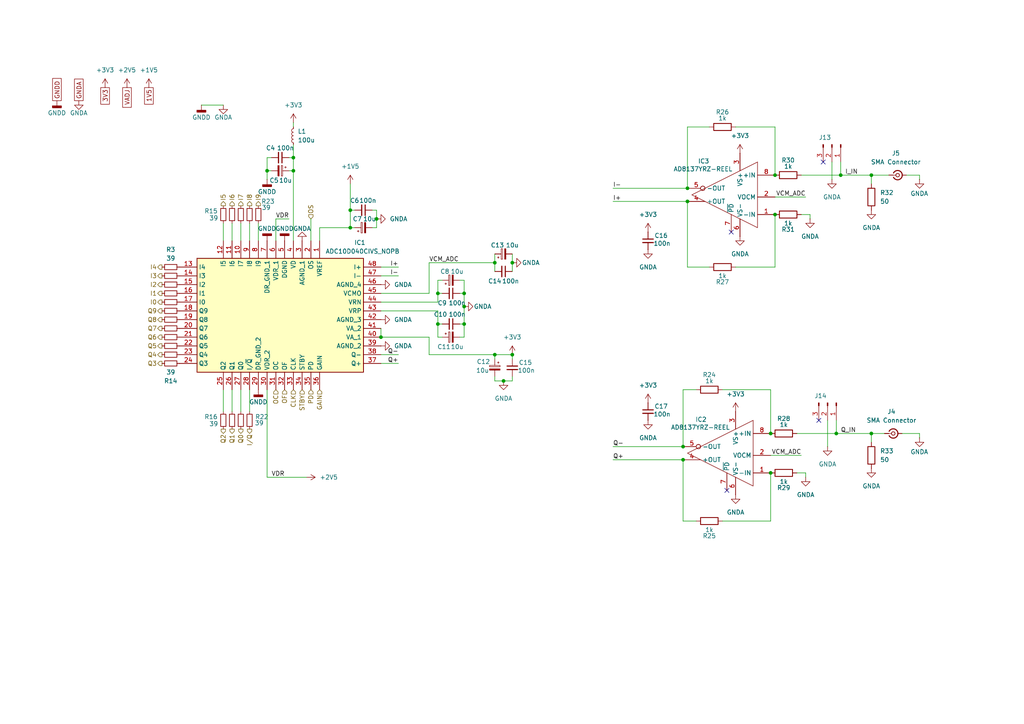
<source format=kicad_sch>
(kicad_sch (version 20231120) (generator "eeschema") (generator_version "8.0")
  (paper "A4")
  (lib_symbols
    (symbol "AD8137YRZ-REEL:AD8137YRZ-REEL"
      (property "Reference" "IC" (at 18.034 3.81 0))
      (property "Value" "AD8137YRZ-REEL" (at 17.78 1.27 0))
      (symbol "AD8137YRZ-REEL_1_1"
        (pin passive line (at 0 -11.43 0) (length 5.08) (name "-IN") (number "1"))
        (pin passive line (at 0 -6.35 0) (length 5.08) (name "VOCM") (number "2"))
        (pin passive line (at 10.16 6.35 270) (length 5.08) (name "VS+") (number "3"))
        (pin passive line (at 25.4 -7.62 180) (length 5.08) (name "+OUT") (number "4"))
        (pin passive inverted (at 25.4 -3.81 180) (length 5.08) (name "-OUT") (number "5"))
        (pin passive line (at 10.16 -17.78 90) (length 5.08) (name "VS-") (number "6"))
        (pin passive line (at 12.7 -16.51 90) (length 5.08) (name "~{PD}") (number "7"))
        (pin passive line (at 0 0 0) (length 5.08) (name "+IN") (number "8"))
      )
    )
    (symbol "AD8137YRZ-REEL_1"
      (property "Reference" "IC" (at 18.034 3.81 0))
      (property "Value" "AD8137YRZ-REEL" (at 17.78 1.27 0))
      (symbol "AD8137YRZ-REEL_1_1_1"
        (pin passive line (at 0 -11.43 0) (length 5.08) (name "-IN") (number "1"))
        (pin passive line (at 0 -6.35 0) (length 5.08) (name "VOCM") (number "2"))
        (pin passive line (at 10.16 6.35 270) (length 5.08) (name "VS+") (number "3"))
        (pin passive line (at 25.4 -7.62 180) (length 5.08) (name "+OUT") (number "4"))
        (pin passive inverted (at 25.4 -3.81 180) (length 5.08) (name "-OUT") (number "5"))
        (pin passive line (at 10.16 -17.78 90) (length 5.08) (name "VS-") (number "6"))
        (pin passive line (at 12.7 -16.51 90) (length 5.08) (name "~{PD}") (number "7"))
        (pin passive line (at 0 0 0) (length 5.08) (name "+IN") (number "8"))
      )
    )
    (symbol "ADC10D040CIVS_NOPB:ADC10D040CIVS_NOPB"
      (property "Reference" "IC" (at 39.37 17.78 0))
      (property "Value" "ADC10D040CIVS_NOPB" (at 39.37 15.24 0))
      (symbol "ADC10D040CIVS_NOPB_1_1"
        (pin passive line (at 0 0 0) (length 5.08) (name "VREF") (number "1"))
        (pin passive line (at 0 -22.86 0) (length 5.08) (name "I7") (number "10"))
        (pin passive line (at 0 -25.4 0) (length 5.08) (name "I6") (number "11"))
        (pin passive line (at 0 -27.94 0) (length 5.08) (name "I5") (number "12"))
        (pin passive line (at 7.62 -40.64 90) (length 5.08) (name "I4") (number "13"))
        (pin passive line (at 10.16 -40.64 90) (length 5.08) (name "I3") (number "14"))
        (pin passive line (at 12.7 -40.64 90) (length 5.08) (name "I2") (number "15"))
        (pin passive line (at 15.24 -40.64 90) (length 5.08) (name "I1") (number "16"))
        (pin passive line (at 17.78 -40.64 90) (length 5.08) (name "I0") (number "17"))
        (pin passive line (at 20.32 -40.64 90) (length 5.08) (name "Q9") (number "18"))
        (pin passive line (at 22.86 -40.64 90) (length 5.08) (name "Q8") (number "19"))
        (pin passive line (at 0 -2.54 0) (length 5.08) (name "OS") (number "2"))
        (pin passive line (at 25.4 -40.64 90) (length 5.08) (name "Q7") (number "20"))
        (pin passive line (at 27.94 -40.64 90) (length 5.08) (name "Q6") (number "21"))
        (pin passive line (at 30.48 -40.64 90) (length 5.08) (name "Q5") (number "22"))
        (pin passive line (at 33.02 -40.64 90) (length 5.08) (name "Q4") (number "23"))
        (pin passive line (at 35.56 -40.64 90) (length 5.08) (name "Q3") (number "24"))
        (pin passive line (at 43.18 -27.94 180) (length 5.08) (name "Q2") (number "25"))
        (pin passive line (at 43.18 -25.4 180) (length 5.08) (name "Q1") (number "26"))
        (pin passive line (at 43.18 -22.86 180) (length 5.08) (name "Q0") (number "27"))
        (pin passive line (at 43.18 -20.32 180) (length 5.08) (name "I/~{Q}") (number "28"))
        (pin passive line (at 43.18 -17.78 180) (length 5.08) (name "DR_GND_2") (number "29"))
        (pin passive line (at 0 -5.08 0) (length 5.08) (name "AGND_1") (number "3"))
        (pin passive line (at 43.18 -15.24 180) (length 5.08) (name "VDR_2") (number "30"))
        (pin passive line (at 43.18 -12.7 180) (length 5.08) (name "OC") (number "31"))
        (pin passive line (at 43.18 -10.16 180) (length 5.08) (name "OF") (number "32"))
        (pin passive line (at 43.18 -7.62 180) (length 5.08) (name "CLK") (number "33"))
        (pin passive line (at 43.18 -5.08 180) (length 5.08) (name "STBY") (number "34"))
        (pin passive line (at 43.18 -2.54 180) (length 5.08) (name "PD") (number "35"))
        (pin passive line (at 43.18 0 180) (length 5.08) (name "GAIN") (number "36"))
        (pin passive line (at 35.56 17.78 270) (length 5.08) (name "Q+") (number "37"))
        (pin passive line (at 33.02 17.78 270) (length 5.08) (name "Q-") (number "38"))
        (pin passive line (at 30.48 17.78 270) (length 5.08) (name "AGND_2") (number "39"))
        (pin passive line (at 0 -7.62 0) (length 5.08) (name "VD") (number "4"))
        (pin passive line (at 27.94 17.78 270) (length 5.08) (name "VA_1") (number "40"))
        (pin passive line (at 25.4 17.78 270) (length 5.08) (name "VA_2") (number "41"))
        (pin passive line (at 22.86 17.78 270) (length 5.08) (name "AGND_3") (number "42"))
        (pin passive line (at 20.32 17.78 270) (length 5.08) (name "VRP") (number "43"))
        (pin passive line (at 17.78 17.78 270) (length 5.08) (name "VRN") (number "44"))
        (pin passive line (at 15.24 17.78 270) (length 5.08) (name "VCMO") (number "45"))
        (pin passive line (at 12.7 17.78 270) (length 5.08) (name "AGND_4") (number "46"))
        (pin passive line (at 10.16 17.78 270) (length 5.08) (name "I-") (number "47"))
        (pin passive line (at 7.62 17.78 270) (length 5.08) (name "I+") (number "48"))
        (pin passive line (at 0 -10.16 0) (length 5.08) (name "DGND") (number "5"))
        (pin passive line (at 0 -12.7 0) (length 5.08) (name "VDR_1") (number "6"))
        (pin passive line (at 0 -15.24 0) (length 5.08) (name "DR_GND_1") (number "7"))
        (pin passive line (at 0 -17.78 0) (length 5.08) (name "I9") (number "8"))
        (pin passive line (at 0 -20.32 0) (length 5.08) (name "I8") (number "9"))
      )
    )
    (symbol "Connector:Conn_01x03_Pin" (pin_names (offset 1.016) hide)
      (property "Reference" "J" (at 0 5.08 0))
      (property "Value" "Conn_01x03_Pin" (at 0 -5.08 0))
      (symbol "Conn_01x03_Pin_1_1"
        (pin passive line (at 5.08 2.54 180) (length 3.81) (name "Pin_1") (number "1"))
        (pin passive line (at 5.08 0 180) (length 3.81) (name "Pin_2") (number "2"))
        (pin passive line (at 5.08 -2.54 180) (length 3.81) (name "Pin_3") (number "3"))
      )
    )
    (symbol "Connector:Conn_Coaxial_Small" (pin_numbers hide) (pin_names (offset 1.016) hide)
      (property "Reference" "J" (at 0.254 3.048 0))
      (property "Value" "Conn_Coaxial_Small" (at 0 -3.81 0))
      (symbol "Conn_Coaxial_Small_1_1"
        (pin passive line (at -2.54 0 0) (length 1.27) (name "In") (number "1"))
        (pin passive line (at 2.54 0 180) (length 1.27) (name "Ext") (number "2"))
      )
    )
    (symbol "Device:C_Polarized_Small" (pin_numbers hide) (pin_names (offset 0.254) hide)
      (property "Reference" "C" (at 0.254 1.778 0))
      (property "Value" "C_Polarized_Small" (at 0.254 -2.032 0))
      (symbol "C_Polarized_Small_1_1"
        (pin passive line (at 0 2.54 270) (length 1.8542) (name "~") (number "1"))
        (pin passive line (at 0 -2.54 90) (length 1.8542) (name "~") (number "2"))
      )
    )
    (symbol "Device:C_Small" (pin_numbers hide) (pin_names (offset 0.254) hide)
      (property "Reference" "C" (at 0.254 1.778 0))
      (property "Value" "C_Small" (at 0.254 -2.032 0))
      (symbol "C_Small_1_1"
        (pin passive line (at 0 2.54 270) (length 2.032) (name "~") (number "1"))
        (pin passive line (at 0 -2.54 90) (length 2.032) (name "~") (number "2"))
      )
    )
    (symbol "Device:L_Small" (pin_numbers hide) (pin_names (offset 0.254) hide)
      (property "Reference" "L" (at 0.762 1.016 0))
      (property "Value" "L_Small" (at 0.762 -1.016 0))
      (symbol "L_Small_1_1"
        (pin passive line (at 0 2.54 270) (length 0.508) (name "~") (number "1"))
        (pin passive line (at 0 -2.54 90) (length 0.508) (name "~") (number "2"))
      )
    )
    (symbol "Device:R" (pin_numbers hide) (pin_names (offset 0))
      (property "Reference" "R" (at 2.032 0 90))
      (property "Value" "R" (at 0 0 90))
      (symbol "R_1_1"
        (pin passive line (at 0 3.81 270) (length 1.27) (name "~") (number "1"))
        (pin passive line (at 0 -3.81 90) (length 1.27) (name "~") (number "2"))
      )
    )
    (symbol "Device:R_Small" (pin_numbers hide) (pin_names (offset 0.254) hide)
      (property "Reference" "R" (at 0.762 0.508 0))
      (property "Value" "R_Small" (at 0.762 -1.016 0))
      (symbol "R_Small_1_1"
        (pin passive line (at 0 2.54 270) (length 0.762) (name "~") (number "1"))
        (pin passive line (at 0 -2.54 90) (length 0.762) (name "~") (number "2"))
      )
    )
    (symbol "power:+1V5" (power) (pin_numbers hide) (pin_names (offset 0) hide)
      (property "Value" "+1V5" (at 0 3.556 0))
      (symbol "+1V5_1_1"
        (pin power_in line (at 0 0 90) (length 0) (name "~") (number "1"))
      )
    )
    (symbol "power:+2V5" (power) (pin_numbers hide) (pin_names (offset 0) hide)
      (property "Value" "+2V5" (at 0 3.556 0))
      (symbol "+2V5_1_1"
        (pin power_in line (at 0 0 90) (length 0) (name "~") (number "1"))
      )
    )
    (symbol "power:+3V3" (power) (pin_numbers hide) (pin_names (offset 0) hide)
      (property "Value" "+3V3" (at 0 3.556 0))
      (symbol "+3V3_1_1"
        (pin power_in line (at 0 0 90) (length 0) (name "~") (number "1"))
      )
    )
    (symbol "power:GNDA" (power) (pin_numbers hide) (pin_names (offset 0) hide)
      (property "Value" "GNDA" (at 0 -3.81 0))
      (symbol "GNDA_1_1"
        (pin power_in line (at 0 0 270) (length 0) (name "~") (number "1"))
      )
    )
    (symbol "power:GNDD" (power) (pin_numbers hide) (pin_names (offset 0) hide)
      (property "Value" "GNDD" (at 0 -3.175 0))
      (symbol "GNDD_1_1"
        (pin power_in line (at 0 0 270) (length 0) (name "~") (number "1"))
      )
    )
  )
  (junction (at 224.79 62.23))
  (junction (at 224.79 50.8))
  (junction (at 85.09 49.53))
  (junction (at 109.22 63.5))
  (junction (at 77.47 49.53))
  (junction (at 134.62 93.98))
  (junction (at 223.52 137.16))
  (junction (at 198.12 129.54))
  (junction (at 148.59 76.2))
  (junction (at 110.49 97.79))
  (junction (at 127 85.09))
  (junction (at 127 93.98))
  (junction (at 143.51 76.2))
  (junction (at 243.84 50.8))
  (junction (at 101.6 66.04))
  (junction (at 198.12 133.35))
  (junction (at 223.52 125.73))
  (junction (at 199.39 54.61))
  (junction (at 101.6 60.96))
  (junction (at 134.62 85.09))
  (junction (at 143.51 102.87))
  (junction (at 252.73 125.73))
  (junction (at 85.09 45.72))
  (junction (at 199.39 58.42))
  (junction (at 148.59 102.87))
  (junction (at 252.73 50.8))
  (junction (at 134.62 88.9))
  (junction (at 146.05 110.49))
  (junction (at 242.57 125.73))
  (no_connect (at 237.49 121.92))
  (no_connect (at 238.76 46.99))
  (no_connect (at 212.09 67.31))
  (no_connect (at 210.82 142.24))
  (wire (pts (xy 252.73 125.73) (xy 252.73 128.27)))
  (wire (pts (xy 177.8 54.61) (xy 199.39 54.61)))
  (wire (pts (xy 177.8 58.42) (xy 199.39 58.42)))
  (wire (pts (xy 109.22 63.5) (xy 109.22 66.04)))
  (wire (pts (xy 143.51 102.87) (xy 148.59 102.87)))
  (wire (pts (xy 224.79 62.23) (xy 224.79 77.47)))
  (wire (pts (xy 124.46 76.2) (xy 143.51 76.2)))
  (wire (pts (xy 205.74 77.47) (xy 199.39 77.47)))
  (wire (pts (xy 67.31 64.77) (xy 67.31 69.85)))
  (wire (pts (xy 223.52 151.13) (xy 223.52 137.16)))
  (wire (pts (xy 198.12 113.03) (xy 201.93 113.03)))
  (wire (pts (xy 109.22 66.04) (xy 107.95 66.04)))
  (wire (pts (xy 199.39 54.61) (xy 199.39 36.83)))
  (wire (pts (xy 231.14 125.73) (xy 242.57 125.73)))
  (wire (pts (xy 266.7 125.73) (xy 266.7 127)))
  (wire (pts (xy 110.49 90.17) (xy 127 90.17)))
  (wire (pts (xy 110.49 85.09) (xy 124.46 85.09)))
  (wire (pts (xy 133.35 97.79) (xy 134.62 97.79)))
  (wire (pts (xy 232.41 50.8) (xy 243.84 50.8)))
  (wire (pts (xy 72.39 113.03) (xy 72.39 119.38)))
  (wire (pts (xy 83.82 49.53) (xy 85.09 49.53)))
  (wire (pts (xy 77.47 52.07) (xy 77.47 49.53)))
  (wire (pts (xy 146.05 110.49) (xy 148.59 110.49)))
  (wire (pts (xy 64.77 113.03) (xy 64.77 119.38)))
  (wire (pts (xy 143.51 109.22) (xy 143.51 110.49)))
  (wire (pts (xy 134.62 88.9) (xy 134.62 93.98)))
  (wire (pts (xy 177.8 133.35) (xy 198.12 133.35)))
  (wire (pts (xy 240.03 121.92) (xy 240.03 129.54)))
  (wire (pts (xy 69.85 113.03) (xy 69.85 119.38)))
  (wire (pts (xy 77.47 138.43) (xy 88.9 138.43)))
  (wire (pts (xy 243.84 46.99) (xy 243.84 50.8)))
  (wire (pts (xy 143.51 110.49) (xy 146.05 110.49)))
  (wire (pts (xy 127 97.79) (xy 128.27 97.79)))
  (wire (pts (xy 198.12 151.13) (xy 201.93 151.13)))
  (wire (pts (xy 134.62 93.98) (xy 134.62 97.79)))
  (wire (pts (xy 224.79 77.47) (xy 213.36 77.47)))
  (wire (pts (xy 252.73 125.73) (xy 256.54 125.73)))
  (wire (pts (xy 199.39 36.83) (xy 205.74 36.83)))
  (wire (pts (xy 124.46 102.87) (xy 143.51 102.87)))
  (wire (pts (xy 110.49 80.01) (xy 115.57 80.01)))
  (wire (pts (xy 127 90.17) (xy 127 93.98)))
  (wire (pts (xy 252.73 50.8) (xy 257.81 50.8)))
  (wire (pts (xy 92.71 66.04) (xy 101.6 66.04)))
  (wire (pts (xy 223.52 113.03) (xy 209.55 113.03)))
  (wire (pts (xy 148.59 76.2) (xy 148.59 78.74)))
  (wire (pts (xy 72.39 64.77) (xy 72.39 69.85)))
  (wire (pts (xy 124.46 76.2) (xy 124.46 85.09)))
  (wire (pts (xy 110.49 95.25) (xy 110.49 97.79)))
  (wire (pts (xy 127 93.98) (xy 127 97.79)))
  (wire (pts (xy 77.47 49.53) (xy 78.74 49.53)))
  (wire (pts (xy 231.14 137.16) (xy 233.68 137.16)))
  (wire (pts (xy 134.62 81.28) (xy 134.62 85.09)))
  (wire (pts (xy 110.49 105.41) (xy 115.57 105.41)))
  (wire (pts (xy 64.77 64.77) (xy 64.77 69.85)))
  (wire (pts (xy 80.01 63.5) (xy 80.01 69.85)))
  (wire (pts (xy 224.79 57.15) (xy 233.68 57.15)))
  (wire (pts (xy 234.95 62.23) (xy 234.95 63.5)))
  (wire (pts (xy 127 85.09) (xy 127 87.63)))
  (wire (pts (xy 133.35 93.98) (xy 134.62 93.98)))
  (wire (pts (xy 85.09 45.72) (xy 85.09 49.53)))
  (wire (pts (xy 85.09 35.56) (xy 85.09 36.83)))
  (wire (pts (xy 74.93 64.77) (xy 74.93 69.85)))
  (wire (pts (xy 107.95 60.96) (xy 109.22 60.96)))
  (wire (pts (xy 252.73 50.8) (xy 252.73 53.34)))
  (wire (pts (xy 199.39 58.42) (xy 199.39 77.47)))
  (wire (pts (xy 92.71 66.04) (xy 92.71 69.85)))
  (wire (pts (xy 101.6 66.04) (xy 102.87 66.04)))
  (wire (pts (xy 69.85 64.77) (xy 69.85 69.85)))
  (wire (pts (xy 209.55 151.13) (xy 223.52 151.13)))
  (wire (pts (xy 127 93.98) (xy 128.27 93.98)))
  (wire (pts (xy 127 81.28) (xy 127 85.09)))
  (wire (pts (xy 127 81.28) (xy 128.27 81.28)))
  (wire (pts (xy 80.01 63.5) (xy 83.82 63.5)))
  (wire (pts (xy 109.22 60.96) (xy 109.22 63.5)))
  (wire (pts (xy 223.52 132.08) (xy 232.41 132.08)))
  (wire (pts (xy 77.47 113.03) (xy 77.47 138.43)))
  (wire (pts (xy 242.57 121.92) (xy 242.57 125.73)))
  (wire (pts (xy 261.62 125.73) (xy 266.7 125.73)))
  (wire (pts (xy 133.35 85.09) (xy 134.62 85.09)))
  (wire (pts (xy 233.68 137.16) (xy 233.68 138.43)))
  (wire (pts (xy 83.82 45.72) (xy 85.09 45.72)))
  (wire (pts (xy 90.17 63.5) (xy 90.17 69.85)))
  (wire (pts (xy 198.12 129.54) (xy 198.12 113.03)))
  (wire (pts (xy 177.8 129.54) (xy 198.12 129.54)))
  (wire (pts (xy 110.49 102.87) (xy 115.57 102.87)))
  (wire (pts (xy 58.42 30.48) (xy 64.77 30.48)))
  (wire (pts (xy 148.59 109.22) (xy 148.59 110.49)))
  (wire (pts (xy 85.09 49.53) (xy 85.09 69.85)))
  (wire (pts (xy 224.79 50.8) (xy 224.79 36.83)))
  (wire (pts (xy 124.46 97.79) (xy 124.46 102.87)))
  (wire (pts (xy 110.49 77.47) (xy 115.57 77.47)))
  (wire (pts (xy 266.7 50.8) (xy 266.7 52.07)))
  (wire (pts (xy 101.6 66.04) (xy 101.6 60.96)))
  (wire (pts (xy 134.62 85.09) (xy 134.62 88.9)))
  (wire (pts (xy 110.49 87.63) (xy 127 87.63)))
  (wire (pts (xy 143.51 73.66) (xy 143.51 76.2)))
  (wire (pts (xy 67.31 113.03) (xy 67.31 119.38)))
  (wire (pts (xy 85.09 41.91) (xy 85.09 45.72)))
  (wire (pts (xy 77.47 45.72) (xy 78.74 45.72)))
  (wire (pts (xy 77.47 49.53) (xy 77.47 45.72)))
  (wire (pts (xy 127 85.09) (xy 128.27 85.09)))
  (wire (pts (xy 262.89 50.8) (xy 266.7 50.8)))
  (wire (pts (xy 213.36 36.83) (xy 224.79 36.83)))
  (wire (pts (xy 148.59 102.87) (xy 148.59 104.14)))
  (wire (pts (xy 223.52 125.73) (xy 223.52 113.03)))
  (wire (pts (xy 143.51 76.2) (xy 143.51 78.74)))
  (wire (pts (xy 110.49 97.79) (xy 124.46 97.79)))
  (wire (pts (xy 198.12 133.35) (xy 198.12 151.13)))
  (wire (pts (xy 148.59 73.66) (xy 148.59 76.2)))
  (wire (pts (xy 101.6 60.96) (xy 102.87 60.96)))
  (wire (pts (xy 243.84 50.8) (xy 252.73 50.8)))
  (wire (pts (xy 242.57 125.73) (xy 252.73 125.73)))
  (wire (pts (xy 232.41 62.23) (xy 234.95 62.23)))
  (wire (pts (xy 241.3 46.99) (xy 241.3 52.07)))
  (wire (pts (xy 133.35 81.28) (xy 134.62 81.28)))
  (wire (pts (xy 101.6 53.34) (xy 101.6 60.96)))
  (wire (pts (xy 143.51 102.87) (xy 143.51 104.14)))
  (label "Q-" (at 177.8 129.54 0))
  (label "VCM_ADC" (at 232.41 132.08 180))
  (label "Q+" (at 177.8 133.35 0))
  (label "Q+" (at 115.57 105.41 180))
  (label "Q_IN" (at 243.84 125.73 0))
  (label "VCM_ADC" (at 233.68 57.15 180))
  (label "I+" (at 115.57 77.47 180))
  (label "I-" (at 115.57 80.01 180))
  (label "Q-" (at 115.57 102.87 180))
  (label "VCM_ADC" (at 124.46 76.2 0))
  (label "VDR" (at 82.55 138.43 180))
  (label "VDR" (at 83.82 63.5 180))
  (label "I-" (at 177.8 54.61 0))
  (label "I+" (at 177.8 58.42 0))
  (label "I_IN" (at 245.11 50.8 0))
  (global_label "3V3" (shape passive) (at 30.48 25.4 270) (property "Intersheetrefs" "${INTERSHEET_REFS}" (effects (hide yes))))
  (global_label "VADJ" (shape passive) (at 36.83 25.4 270) (property "Intersheetrefs" "${INTERSHEET_REFS}" (effects (hide yes))))
  (global_label "GNDA" (shape passive) (at 22.86 29.21 90) (property "Intersheetrefs" "${INTERSHEET_REFS}" (effects (hide yes))))
  (global_label "GNDD" (shape passive) (at 16.51 29.21 90) (property "Intersheetrefs" "${INTERSHEET_REFS}" (effects (hide yes))))
  (global_label "1V5" (shape passive) (at 43.18 25.4 270) (property "Intersheetrefs" "${INTERSHEET_REFS}" (effects (hide yes))))
  (hierarchical_label "Q3" (shape output) (at 46.99 105.41 180))
  (hierarchical_label "I4" (shape output) (at 46.99 77.47 180))
  (hierarchical_label "I1" (shape output) (at 46.99 85.09 180))
  (hierarchical_label "I6" (shape output) (at 67.31 59.69 90))
  (hierarchical_label "STBY" (shape input) (at 87.63 113.03 270))
  (hierarchical_label "I7" (shape output) (at 69.85 59.69 90))
  (hierarchical_label "Q6" (shape output) (at 46.99 97.79 180))
  (hierarchical_label "Q7" (shape output) (at 46.99 95.25 180))
  (hierarchical_label "GAIN" (shape input) (at 92.71 113.03 270))
  (hierarchical_label "I3" (shape output) (at 46.99 80.01 180))
  (hierarchical_label "Q8" (shape output) (at 46.99 92.71 180))
  (hierarchical_label "PD" (shape input) (at 90.17 113.03 270))
  (hierarchical_label "Q1" (shape output) (at 67.31 124.46 270))
  (hierarchical_label "I9" (shape output) (at 74.93 59.69 90))
  (hierarchical_label "I0" (shape output) (at 46.99 87.63 180))
  (hierarchical_label "CLK" (shape input) (at 85.09 113.03 270))
  (hierarchical_label "Q2" (shape output) (at 64.77 124.46 270))
  (hierarchical_label "Q9" (shape output) (at 46.99 90.17 180))
  (hierarchical_label "OF" (shape input) (at 82.55 113.03 270))
  (hierarchical_label "Q0" (shape output) (at 69.85 124.46 270))
  (hierarchical_label "Q5" (shape output) (at 46.99 100.33 180))
  (hierarchical_label "I{slash}Q" (shape output) (at 72.39 124.46 270))
  (hierarchical_label "OS" (shape input) (at 90.17 63.5 90))
  (hierarchical_label "I5" (shape output) (at 64.77 59.69 90))
  (hierarchical_label "I8" (shape output) (at 72.39 59.69 90))
  (hierarchical_label "Q4" (shape output) (at 46.99 102.87 180))
  (hierarchical_label "I2" (shape output) (at 46.99 82.55 180))
  (hierarchical_label "OC" (shape input) (at 80.01 113.03 270))
  (symbol (lib_id "power:+3V3") (at 85.09 35.56 0) (unit 1)
    (property "Reference" "#PWR0105" (effects (hide yes)))
    (property "Value" "+3V3" (at 85.09 30.48 0))
    (property "Description" "Power symbol creates a global label with name \"+3V3\"" (effects (hide yes)))
  )
  (symbol (lib_id "power:+3V3") (at 30.48 25.4 0) (unit 1)
    (property "Reference" "#PWR096" (effects (hide yes)))
    (property "Value" "+3V3" (at 30.48 20.32 0))
    (property "Description" "Power symbol creates a global label with name \"+3V3\"" (effects (hide yes)))
  )
  (symbol (lib_id "power:+3V3") (at 148.59 102.87 0) (unit 1)
    (property "Reference" "#PWR0116" (effects (hide yes)))
    (property "Value" "+3V3" (at 148.59 97.79 0))
    (property "Description" "Power symbol creates a global label with name \"+3V3\"" (effects (hide yes)))
  )
  (symbol (lib_id "Device:R") (at 252.73 132.08 0) (unit 1)
    (property "Reference" "R33" (at 255.27 130.8099 0) (effects (justify left)))
    (property "Value" "50" (at 255.27 133.3499 0) (effects (justify left)))
    (property "Footprint" "Resistor_SMD:R_0805_2012Metric_Pad1.20x1.40mm_HandSolder" (effects (hide yes)))
    (property "Description" "Resistor" (effects (hide yes)))
    (property "Mouser Link" "https://ro.mouser.com/ProductDetail/Vishay-Dale/CRCW080550R0FKTA?qs=sGAEpiMZZMtlubZbdhIBIHdFOaufIt3b7Pt0cew8QLQ%3D" (effects (hide yes)))
  )
  (symbol (lib_id "power:GNDA") (at 110.49 92.71 90) (unit 1)
    (property "Reference" "#PWR0111" (effects (hide yes)))
    (property "Value" "GNDA" (at 114.3 92.7099 90) (effects (justify right)))
    (property "Description" "Power symbol creates a global label with name \"GNDA\" , analog ground" (effects (hide yes)))
  )
  (symbol (lib_id "power:GNDA") (at 234.95 63.5 0) (unit 1)
    (property "Reference" "#PWR0126" (effects (hide yes)))
    (property "Value" "GNDA" (at 234.95 68.58 0))
    (property "Description" "Power symbol creates a global label with name \"GNDA\" , analog ground" (effects (hide yes)))
  )
  (symbol (lib_id "power:GNDA") (at 266.7 52.07 0) (unit 1)
    (property "Reference" "#PWR0129" (effects (hide yes)))
    (property "Value" "GNDA" (at 269.24 56.134 0) (effects (justify right)))
    (property "Description" "Power symbol creates a global label with name \"GNDA\" , analog ground" (effects (hide yes)))
  )
  (symbol (lib_id "Device:R") (at 209.55 77.47 270) (unit 1)
    (property "Reference" "R27" (at 209.55 81.788 90))
    (property "Value" "1k" (at 209.55 80.01 90))
    (property "Footprint" "Resistor_SMD:R_0805_2012Metric_Pad1.20x1.40mm_HandSolder" (effects (hide yes)))
    (property "Description" "Resistor" (effects (hide yes)))
    (property "Mouser Link" "https://ro.mouser.com/ProductDetail/YAGEO/AC0805JR-071KL?qs=sGAEpiMZZMtlubZbdhIBIG07xJe44c5APYMj%2Fj7aA%2Fo%3D" (effects (hide yes)))
  )
  (symbol (lib_id "power:GNDD") (at 77.47 69.85 180) (unit 1)
    (property "Reference" "#PWR0103" (effects (hide yes)))
    (property "Value" "GNDD" (at 77.47 66.294 0))
    (property "Description" "Power symbol creates a global label with name \"GNDD\" , digital ground" (effects (hide yes)))
  )
  (symbol (lib_id "power:+2V5") (at 36.83 25.4 0) (unit 1)
    (property "Reference" "#PWR097" (effects (hide yes)))
    (property "Value" "+2V5" (at 36.83 20.32 0))
    (property "Description" "Power symbol creates a global label with name \"+2V5\"" (effects (hide yes)))
  )
  (symbol (lib_id "power:GNDA") (at 187.96 72.39 0) (unit 1)
    (property "Reference" "#PWR0118" (effects (hide yes)))
    (property "Value" "GNDA" (at 187.96 77.47 0))
    (property "Description" "Power symbol creates a global label with name \"GNDA\" , analog ground" (effects (hide yes)))
  )
  (symbol (lib_id "Device:R_Small") (at 69.85 121.92 0) (mirror y) (unit 1)
    (property "Reference" "R20" (effects (hide yes)))
    (property "Value" "39" (effects (hide yes)))
    (property "Footprint" "Resistor_SMD:R_0805_2012Metric_Pad1.20x1.40mm_HandSolder" (effects (hide yes)))
    (property "Description" "Resistor, small symbol" (effects (hide yes)))
    (property "Mouser Link" "https://ro.mouser.com/ProductDetail/Susumu/RR1220Q-39R2-D-M?qs=sGAEpiMZZMtlubZbdhIBIIeqUIwQIz3%2FPnwMVMtpHPc%3D" (effects (hide yes)))
  )
  (symbol (lib_id "Device:R") (at 227.33 125.73 270) (mirror x) (unit 1)
    (property "Reference" "R28" (at 227.33 121.412 90))
    (property "Value" "1k" (at 227.33 123.19 90))
    (property "Footprint" "Resistor_SMD:R_0805_2012Metric_Pad1.20x1.40mm_HandSolder" (effects (hide yes)))
    (property "Description" "Resistor" (effects (hide yes)))
    (property "Mouser Link" "https://ro.mouser.com/ProductDetail/YAGEO/AC0805JR-071KL?qs=sGAEpiMZZMtlubZbdhIBIG07xJe44c5APYMj%2Fj7aA%2Fo%3D" (effects (hide yes)))
  )
  (symbol (lib_id "Device:C_Small") (at 130.81 85.09 270) (mirror x) (unit 1)
    (property "Reference" "C9" (at 128.27 87.884 90))
    (property "Value" "100n" (at 132.588 87.884 90))
    (property "Footprint" "Capacitor_SMD:C_0805_2012Metric_Pad1.18x1.45mm_HandSolder" (effects (hide yes)))
    (property "Description" "Unpolarized capacitor, small symbol" (effects (hide yes)))
    (property "Mouser Link" "https://ro.mouser.com/ProductDetail/KEMET/C0805C104Z5VACTU?qs=sGAEpiMZZMsh%252B1woXyUXjyXjyVLE9VtBgpQWmxyg8NY%3D" (effects (hide yes)))
    (property "LCSC" "C49678" (effects (hide yes)))
  )
  (symbol (lib_id "power:GNDA") (at 64.77 30.48 0) (unit 1)
    (property "Reference" "#PWR0100" (effects (hide yes)))
    (property "Value" "GNDA" (at 64.77 34.036 0))
    (property "Description" "Power symbol creates a global label with name \"GNDA\" , analog ground" (effects (hide yes)))
  )
  (symbol (lib_id "Device:R") (at 227.33 137.16 270) (unit 1)
    (property "Reference" "R29" (at 227.33 141.478 90))
    (property "Value" "1k" (at 227.33 139.7 90))
    (property "Footprint" "Resistor_SMD:R_0805_2012Metric_Pad1.20x1.40mm_HandSolder" (effects (hide yes)))
    (property "Description" "Resistor" (effects (hide yes)))
    (property "Mouser Link" "https://ro.mouser.com/ProductDetail/YAGEO/AC0805JR-071KL?qs=sGAEpiMZZMtlubZbdhIBIG07xJe44c5APYMj%2Fj7aA%2Fo%3D" (effects (hide yes)))
  )
  (symbol (lib_id "power:GNDA") (at 252.73 135.89 0) (unit 1)
    (property "Reference" "#PWR0128" (effects (hide yes)))
    (property "Value" "GNDA" (at 252.73 140.97 0))
    (property "Description" "Power symbol creates a global label with name \"GNDA\" , analog ground" (effects (hide yes)))
  )
  (symbol (lib_id "Device:R_Small") (at 49.53 102.87 270) (mirror x) (unit 1)
    (property "Reference" "R13" (effects (hide yes)))
    (property "Value" "39" (effects (hide yes)))
    (property "Footprint" "Resistor_SMD:R_0805_2012Metric_Pad1.20x1.40mm_HandSolder" (effects (hide yes)))
    (property "Description" "Resistor, small symbol" (effects (hide yes)))
    (property "Mouser Link" "https://ro.mouser.com/ProductDetail/Susumu/RR1220Q-39R2-D-M?qs=sGAEpiMZZMtlubZbdhIBIIeqUIwQIz3%2FPnwMVMtpHPc%3D" (effects (hide yes)))
  )
  (symbol (lib_id "Device:R_Small") (at 49.53 77.47 270) (unit 1)
    (property "Reference" "R3" (at 49.53 72.39 90))
    (property "Value" "39" (at 49.53 74.93 90))
    (property "Footprint" "Resistor_SMD:R_0805_2012Metric_Pad1.20x1.40mm_HandSolder" (effects (hide yes)))
    (property "Description" "Resistor, small symbol" (effects (hide yes)))
    (property "Mouser Link" "https://ro.mouser.com/ProductDetail/Susumu/RR1220Q-39R2-D-M?qs=sGAEpiMZZMtlubZbdhIBIIeqUIwQIz3%2FPnwMVMtpHPc%3D" (effects (hide yes)))
  )
  (symbol (lib_id "power:GNDD") (at 82.55 69.85 180) (unit 1)
    (property "Reference" "#PWR0104" (effects (hide yes)))
    (property "Value" "GNDD" (at 82.55 66.294 0))
    (property "Description" "Power symbol creates a global label with name \"GNDD\" , digital ground" (effects (hide yes)))
  )
  (symbol (lib_id "Device:R_Small") (at 69.85 62.23 0) (mirror y) (unit 1)
    (property "Reference" "R19" (effects (hide yes)))
    (property "Value" "39" (effects (hide yes)))
    (property "Footprint" "Resistor_SMD:R_0805_2012Metric_Pad1.20x1.40mm_HandSolder" (effects (hide yes)))
    (property "Description" "Resistor, small symbol" (effects (hide yes)))
    (property "Mouser Link" "https://ro.mouser.com/ProductDetail/Susumu/RR1220Q-39R2-D-M?qs=sGAEpiMZZMtlubZbdhIBIIeqUIwQIz3%2FPnwMVMtpHPc%3D" (effects (hide yes)))
  )
  (symbol (lib_id "Device:R") (at 205.74 151.13 270) (unit 1)
    (property "Reference" "R25" (at 205.74 155.448 90))
    (property "Value" "1k" (at 205.74 153.67 90))
    (property "Footprint" "Resistor_SMD:R_0805_2012Metric_Pad1.20x1.40mm_HandSolder" (effects (hide yes)))
    (property "Description" "Resistor" (effects (hide yes)))
    (property "Mouser Link" "https://ro.mouser.com/ProductDetail/YAGEO/AC0805JR-071KL?qs=sGAEpiMZZMtlubZbdhIBIG07xJe44c5APYMj%2Fj7aA%2Fo%3D" (effects (hide yes)))
  )
  (symbol (lib_id "power:GNDA") (at 213.36 143.51 0) (unit 1)
    (property "Reference" "#PWR0122" (effects (hide yes)))
    (property "Value" "GNDA" (at 213.36 148.59 0))
    (property "Description" "Power symbol creates a global label with name \"GNDA\" , analog ground" (effects (hide yes)))
  )
  (symbol (lib_id "AD8137YRZ-REEL:AD8137YRZ-REEL") (at 223.52 125.73 0) (mirror y) (unit 1)
    (property "Reference" "IC2" (at 201.676 121.666 0) (effects (justify right)))
    (property "Value" "AD8137YRZ-REEL" (at 194.564 123.952 0) (effects (justify right)))
    (property "Footprint" "Package_SO:SOIC-8_3.9x4.9mm_P1.27mm" (effects (hide yes)))
    (property "Datasheet" "https://www.arrow.com/en/products/ad8137yrz-reel/analog-devices" (effects (hide yes)))
    (property "Description" "Differential Amplifiers Low Power/Cost Diff.10-12 Bit ADC Driver" (effects (hide yes)))
    (property "Height" "1.75" (effects (hide yes)))
    (property "Mouser Part Number" "584-AD8137YRZ-R" (effects (hide yes)))
    (property "Mouser Price/Stock" "https://www.mouser.co.uk/ProductDetail/Analog-Devices/AD8137YRZ-REEL?qs=%2FtpEQrCGXCwvx9BEhEk72g%3D%3D" (effects (hide yes)))
    (property "Manufacturer_Name" "Analog Devices" (effects (hide yes)))
    (property "Manufacturer_Part_Number" "AD8137YRZ-REEL" (effects (hide yes)))
    (property "Mouser Link" "https://ro.mouser.com/ProductDetail/Analog-Devices/AD8137YRZ-REEL?qs=%2FtpEQrCGXCwvx9BEhEk72g%3D%3D" (effects (hide yes)))
  )
  (symbol (lib_id "Device:C_Small") (at 148.59 106.68 0) (mirror y) (unit 1)
    (property "Reference" "C15" (at 152.4 105.156 0))
    (property "Value" "100n" (at 152.654 107.442 0))
    (property "Footprint" "Capacitor_SMD:C_0805_2012Metric_Pad1.18x1.45mm_HandSolder" (effects (hide yes)))
    (property "Description" "Unpolarized capacitor, small symbol" (effects (hide yes)))
    (property "Mouser Link" "https://ro.mouser.com/ProductDetail/KEMET/C0805C104Z5VACTU?qs=sGAEpiMZZMsh%252B1woXyUXjyXjyVLE9VtBgpQWmxyg8NY%3D" (effects (hide yes)))
    (property "LCSC" "C49678" (effects (hide yes)))
  )
  (symbol (lib_id "Device:R") (at 209.55 36.83 270) (mirror x) (unit 1)
    (property "Reference" "R26" (at 209.55 32.512 90))
    (property "Value" "1k" (at 209.55 34.29 90))
    (property "Footprint" "Resistor_SMD:R_0805_2012Metric_Pad1.20x1.40mm_HandSolder" (effects (hide yes)))
    (property "Description" "Resistor" (effects (hide yes)))
    (property "Mouser Link" "https://ro.mouser.com/ProductDetail/YAGEO/AC0805JR-071KL?qs=sGAEpiMZZMtlubZbdhIBIG07xJe44c5APYMj%2Fj7aA%2Fo%3D" (effects (hide yes)))
  )
  (symbol (lib_id "Device:R_Small") (at 67.31 62.23 0) (mirror y) (unit 1)
    (property "Reference" "R17" (effects (hide yes)))
    (property "Value" "39" (effects (hide yes)))
    (property "Footprint" "Resistor_SMD:R_0805_2012Metric_Pad1.20x1.40mm_HandSolder" (effects (hide yes)))
    (property "Description" "Resistor, small symbol" (effects (hide yes)))
    (property "Mouser Link" "https://ro.mouser.com/ProductDetail/Susumu/RR1220Q-39R2-D-M?qs=sGAEpiMZZMtlubZbdhIBIIeqUIwQIz3%2FPnwMVMtpHPc%3D" (effects (hide yes)))
  )
  (symbol (lib_id "Connector:Conn_01x03_Pin") (at 241.3 41.91 270) (unit 1)
    (property "Reference" "J13" (at 239.268 39.878 90))
    (property "Value" "Conn_01x03_Pin" (effects (hide yes)))
    (property "Footprint" "Connector_PinHeader_2.54mm:PinHeader_1x03_P2.54mm_Vertical_SMD_Pin1Left" (effects (hide yes)))
    (property "Description" "Generic connector, single row, 01x03, script generated" (effects (hide yes)))
    (property "Mouser Link" "https://ro.mouser.com/ProductDetail/Amphenol-FCI/10129380-903001BLF?qs=0lQeLiL1qyY7ch20dCKSWg%3D%3D" (effects (hide yes)))
  )
  (symbol (lib_id "Device:C_Polarized_Small") (at 143.51 106.68 0) (mirror y) (unit 1)
    (property "Reference" "C12" (at 140.208 104.902 0))
    (property "Value" "10u" (at 139.954 107.442 0))
    (property "Footprint" "Capacitor_SMD:C_0805_2012Metric_Pad1.18x1.45mm_HandSolder" (effects (hide yes)))
    (property "Description" "Polarized capacitor, small symbol" (effects (hide yes)))
    (property "Mouser Link" "https://ro.mouser.com/ProductDetail/Samsung-Electro-Mechanics/CL21A106KOQNNNE?qs=sGAEpiMZZMsh%252B1woXyUXj7iNKXiFkBmwjufexzBEAvI%3D" (effects (hide yes)))
    (property "LCSC" "C408141" (effects (hide yes)))
  )
  (symbol (lib_id "Device:C_Small") (at 81.28 45.72 270) (unit 1)
    (property "Reference" "C4" (at 78.486 42.926 90))
    (property "Value" "100n" (at 82.804 42.926 90))
    (property "Footprint" "Capacitor_SMD:C_0805_2012Metric_Pad1.18x1.45mm_HandSolder" (effects (hide yes)))
    (property "Description" "Unpolarized capacitor, small symbol" (effects (hide yes)))
    (property "Mouser Link" "https://ro.mouser.com/ProductDetail/KEMET/C0805C104Z5VACTU?qs=sGAEpiMZZMsh%252B1woXyUXjyXjyVLE9VtBgpQWmxyg8NY%3D" (effects (hide yes)))
    (property "LCSC" "C49678" (effects (hide yes)))
  )
  (symbol (lib_id "ADC10D040CIVS_NOPB:ADC10D040CIVS_NOPB") (at 92.71 69.85 270) (unit 1)
    (property "Reference" "IC1" (at 104.394 70.358 90))
    (property "Value" "ADC10D040CIVS_NOPB" (at 105.156 72.898 90))
    (property "Footprint" "Package_QFP:TQFP-48_7x7mm_P0.5mm" (effects (hide yes)))
    (property "Datasheet" "http://www.ti.com/lit/gpn/adc10d040" (effects (hide yes)))
    (property "Description" "Dual-Channel, 10-Bit, 40-MSPS Analog-to-Digital Converter (ADC)" (effects (hide yes)))
    (property "Height" "1.2" (effects (hide yes)))
    (property "Mouser Part Number" "926-ADC10D040CIVSNPB" (effects (hide yes)))
    (property "Mouser Price/Stock" "https://www.mouser.co.uk/ProductDetail/Texas-Instruments/ADC10D040CIVS-NOPB?qs=7X5t%252BdzoRHCI2Z2wyV07LA%3D%3D" (effects (hide yes)))
    (property "Manufacturer_Name" "Texas Instruments" (effects (hide yes)))
    (property "Manufacturer_Part_Number" "ADC10D040CIVS/NOPB" (effects (hide yes)))
    (property "Mouser Link" "https://ro.mouser.com/ProductDetail/Texas-Instruments/ADC10D040CIVS-NOPB?qs=7X5t%252BdzoRHCI2Z2wyV07LA%3D%3D" (effects (hide yes)))
  )
  (symbol (lib_id "power:GNDA") (at 110.49 82.55 90) (unit 1)
    (property "Reference" "#PWR0110" (effects (hide yes)))
    (property "Value" "GNDA" (at 114.3 82.5499 90) (effects (justify right)))
    (property "Description" "Power symbol creates a global label with name \"GNDA\" , analog ground" (effects (hide yes)))
  )
  (symbol (lib_id "Device:C_Small") (at 130.81 93.98 270) (unit 1)
    (property "Reference" "C10" (at 127.762 91.186 90))
    (property "Value" "100n" (at 132.588 91.186 90))
    (property "Footprint" "Capacitor_SMD:C_0805_2012Metric_Pad1.18x1.45mm_HandSolder" (effects (hide yes)))
    (property "Description" "Unpolarized capacitor, small symbol" (effects (hide yes)))
    (property "Mouser Link" "https://ro.mouser.com/ProductDetail/KEMET/C0805C104Z5VACTU?qs=sGAEpiMZZMsh%252B1woXyUXjyXjyVLE9VtBgpQWmxyg8NY%3D" (effects (hide yes)))
    (property "LCSC" "C49678" (effects (hide yes)))
  )
  (symbol (lib_id "power:GNDA") (at 109.22 63.5 90) (unit 1)
    (property "Reference" "#PWR0109" (effects (hide yes)))
    (property "Value" "GNDA" (at 113.03 63.4999 90) (effects (justify right)))
    (property "Description" "Power symbol creates a global label with name \"GNDA\" , analog ground" (effects (hide yes)))
  )
  (symbol (lib_id "Device:C_Polarized_Small") (at 146.05 73.66 90) (unit 1)
    (property "Reference" "C13" (at 144.272 71.12 90))
    (property "Value" "10u" (at 148.59 71.12 90))
    (property "Footprint" "Capacitor_SMD:C_0805_2012Metric_Pad1.18x1.45mm_HandSolder" (effects (hide yes)))
    (property "Description" "Polarized capacitor, small symbol" (effects (hide yes)))
    (property "Mouser Link" "https://ro.mouser.com/ProductDetail/Samsung-Electro-Mechanics/CL21A106KOQNNNE?qs=sGAEpiMZZMsh%252B1woXyUXj7iNKXiFkBmwjufexzBEAvI%3D" (effects (hide yes)))
    (property "LCSC" "C408141" (effects (hide yes)))
  )
  (symbol (lib_id "Device:C_Small") (at 105.41 60.96 270) (unit 1)
    (property "Reference" "C6" (at 102.87 58.166 90))
    (property "Value" "100n" (at 106.68 58.166 90))
    (property "Footprint" "Capacitor_SMD:C_0805_2012Metric_Pad1.18x1.45mm_HandSolder" (effects (hide yes)))
    (property "Description" "Unpolarized capacitor, small symbol" (effects (hide yes)))
    (property "Mouser Link" "https://ro.mouser.com/ProductDetail/KEMET/C0805C104Z5VACTU?qs=sGAEpiMZZMsh%252B1woXyUXjyXjyVLE9VtBgpQWmxyg8NY%3D" (effects (hide yes)))
    (property "LCSC" "C49678" (effects (hide yes)))
  )
  (symbol (lib_id "Device:R_Small") (at 67.31 121.92 0) (mirror y) (unit 1)
    (property "Reference" "R18" (effects (hide yes)))
    (property "Value" "39" (effects (hide yes)))
    (property "Footprint" "Resistor_SMD:R_0805_2012Metric_Pad1.20x1.40mm_HandSolder" (effects (hide yes)))
    (property "Description" "Resistor, small symbol" (effects (hide yes)))
    (property "Mouser Link" "https://ro.mouser.com/ProductDetail/Susumu/RR1220Q-39R2-D-M?qs=sGAEpiMZZMtlubZbdhIBIIeqUIwQIz3%2FPnwMVMtpHPc%3D" (effects (hide yes)))
  )
  (symbol (lib_id "power:GNDA") (at 241.3 52.07 0) (unit 1)
    (property "Reference" "#PWR0166" (effects (hide yes)))
    (property "Value" "GNDA" (at 241.3 57.15 0))
    (property "Description" "Power symbol creates a global label with name \"GNDA\" , analog ground" (effects (hide yes)))
  )
  (symbol (lib_id "Device:R_Small") (at 49.53 95.25 270) (mirror x) (unit 1)
    (property "Reference" "R10" (effects (hide yes)))
    (property "Value" "39" (effects (hide yes)))
    (property "Footprint" "Resistor_SMD:R_0805_2012Metric_Pad1.20x1.40mm_HandSolder" (effects (hide yes)))
    (property "Description" "Resistor, small symbol" (effects (hide yes)))
    (property "Mouser Link" "https://ro.mouser.com/ProductDetail/Susumu/RR1220Q-39R2-D-M?qs=sGAEpiMZZMtlubZbdhIBIIeqUIwQIz3%2FPnwMVMtpHPc%3D" (effects (hide yes)))
  )
  (symbol (lib_id "Device:R_Small") (at 49.53 80.01 270) (mirror x) (unit 1)
    (property "Reference" "R4" (effects (hide yes)))
    (property "Value" "39" (effects (hide yes)))
    (property "Footprint" "Resistor_SMD:R_0805_2012Metric_Pad1.20x1.40mm_HandSolder" (effects (hide yes)))
    (property "Description" "Resistor, small symbol" (effects (hide yes)))
    (property "Mouser Link" "https://ro.mouser.com/ProductDetail/Susumu/RR1220Q-39R2-D-M?qs=sGAEpiMZZMtlubZbdhIBIIeqUIwQIz3%2FPnwMVMtpHPc%3D" (effects (hide yes)))
  )
  (symbol (lib_id "power:+3V3") (at 187.96 67.31 0) (unit 1)
    (property "Reference" "#PWR0117" (effects (hide yes)))
    (property "Value" "+3V3" (at 187.96 62.23 0))
    (property "Description" "Power symbol creates a global label with name \"+3V3\"" (effects (hide yes)))
  )
  (symbol (lib_id "Device:R_Small") (at 64.77 62.23 0) (unit 1)
    (property "Reference" "R15" (at 61.214 61.214 0))
    (property "Value" "39" (at 61.976 63.246 0))
    (property "Footprint" "Resistor_SMD:R_0805_2012Metric_Pad1.20x1.40mm_HandSolder" (effects (hide yes)))
    (property "Description" "Resistor, small symbol" (effects (hide yes)))
    (property "Mouser Link" "https://ro.mouser.com/ProductDetail/Susumu/RR1220Q-39R2-D-M?qs=sGAEpiMZZMtlubZbdhIBIIeqUIwQIz3%2FPnwMVMtpHPc%3D" (effects (hide yes)))
  )
  (symbol (lib_name "AD8137YRZ-REEL_1") (lib_id "AD8137YRZ-REEL:AD8137YRZ-REEL") (at 224.79 50.8 0) (mirror y) (unit 1)
    (property "Reference" "IC3" (at 202.438 46.736 0) (effects (justify right)))
    (property "Value" "AD8137YRZ-REEL" (at 195.326 49.022 0) (effects (justify right)))
    (property "Footprint" "Package_SO:SOIC-8_3.9x4.9mm_P1.27mm" (effects (hide yes)))
    (property "Datasheet" "https://www.arrow.com/en/products/ad8137yrz-reel/analog-devices" (effects (hide yes)))
    (property "Description" "Differential Amplifiers Low Power/Cost Diff.10-12 Bit ADC Driver" (effects (hide yes)))
    (property "Height" "1.75" (effects (hide yes)))
    (property "Mouser Part Number" "584-AD8137YRZ-R" (effects (hide yes)))
    (property "Mouser Price/Stock" "https://www.mouser.co.uk/ProductDetail/Analog-Devices/AD8137YRZ-REEL?qs=%2FtpEQrCGXCwvx9BEhEk72g%3D%3D" (effects (hide yes)))
    (property "Manufacturer_Name" "Analog Devices" (effects (hide yes)))
    (property "Manufacturer_Part_Number" "AD8137YRZ-REEL" (effects (hide yes)))
    (property "Mouser Link" "https://ro.mouser.com/ProductDetail/Analog-Devices/AD8137YRZ-REEL?qs=%2FtpEQrCGXCwvx9BEhEk72g%3D%3D" (effects (hide yes)))
  )
  (symbol (lib_id "Device:R_Small") (at 49.53 97.79 270) (mirror x) (unit 1)
    (property "Reference" "R11" (effects (hide yes)))
    (property "Value" "39" (effects (hide yes)))
    (property "Footprint" "Resistor_SMD:R_0805_2012Metric_Pad1.20x1.40mm_HandSolder" (effects (hide yes)))
    (property "Description" "Resistor, small symbol" (effects (hide yes)))
    (property "Mouser Link" "https://ro.mouser.com/ProductDetail/Susumu/RR1220Q-39R2-D-M?qs=sGAEpiMZZMtlubZbdhIBIIeqUIwQIz3%2FPnwMVMtpHPc%3D" (effects (hide yes)))
  )
  (symbol (lib_id "Device:R_Small") (at 64.77 121.92 0) (unit 1)
    (property "Reference" "R16" (at 61.214 120.904 0))
    (property "Value" "39" (at 61.976 122.936 0))
    (property "Footprint" "Resistor_SMD:R_0805_2012Metric_Pad1.20x1.40mm_HandSolder" (effects (hide yes)))
    (property "Description" "Resistor, small symbol" (effects (hide yes)))
    (property "Mouser Link" "https://ro.mouser.com/ProductDetail/Susumu/RR1220Q-39R2-D-M?qs=sGAEpiMZZMtlubZbdhIBIIeqUIwQIz3%2FPnwMVMtpHPc%3D" (effects (hide yes)))
  )
  (symbol (lib_id "Device:R_Small") (at 72.39 121.92 0) (mirror y) (unit 1)
    (property "Reference" "R22" (at 75.946 120.904 0))
    (property "Value" "39" (at 75.184 122.682 0))
    (property "Footprint" "Resistor_SMD:R_0805_2012Metric_Pad1.20x1.40mm_HandSolder" (effects (hide yes)))
    (property "Description" "Resistor, small symbol" (effects (hide yes)))
    (property "Mouser Link" "https://ro.mouser.com/ProductDetail/Susumu/RR1220Q-39R2-D-M?qs=sGAEpiMZZMtlubZbdhIBIIeqUIwQIz3%2FPnwMVMtpHPc%3D" (effects (hide yes)))
  )
  (symbol (lib_id "Device:R_Small") (at 49.53 105.41 270) (mirror x) (unit 1)
    (property "Reference" "R14" (at 49.53 110.49 90))
    (property "Value" "39" (at 49.53 107.95 90))
    (property "Footprint" "Resistor_SMD:R_0805_2012Metric_Pad1.20x1.40mm_HandSolder" (effects (hide yes)))
    (property "Description" "Resistor, small symbol" (effects (hide yes)))
    (property "Mouser Link" "https://ro.mouser.com/ProductDetail/Susumu/RR1220Q-39R2-D-M?qs=sGAEpiMZZMtlubZbdhIBIIeqUIwQIz3%2FPnwMVMtpHPc%3D" (effects (hide yes)))
  )
  (symbol (lib_id "power:GNDA") (at 148.59 76.2 90) (unit 1)
    (property "Reference" "#PWR0115" (effects (hide yes)))
    (property "Value" "GNDA" (at 151.384 76.2 90) (effects (justify right)))
    (property "Description" "Power symbol creates a global label with name \"GNDA\" , analog ground" (effects (hide yes)))
  )
  (symbol (lib_id "power:+2V5") (at 88.9 138.43 270) (unit 1)
    (property "Reference" "#PWR0107" (effects (hide yes)))
    (property "Value" "+2V5" (at 92.71 138.4299 90) (effects (justify left)))
    (property "Description" "Power symbol creates a global label with name \"+2V5\"" (effects (hide yes)))
  )
  (symbol (lib_id "Device:C_Polarized_Small") (at 81.28 49.53 270) (unit 1)
    (property "Reference" "C5" (at 79.502 52.324 90))
    (property "Value" "10u" (at 82.804 52.324 90))
    (property "Footprint" "Capacitor_SMD:C_0805_2012Metric_Pad1.18x1.45mm_HandSolder" (effects (hide yes)))
    (property "Description" "Polarized capacitor, small symbol" (effects (hide yes)))
    (property "Mouser Link" "https://ro.mouser.com/ProductDetail/Samsung-Electro-Mechanics/CL21A106KOQNNNE?qs=sGAEpiMZZMsh%252B1woXyUXj7iNKXiFkBmwjufexzBEAvI%3D" (effects (hide yes)))
    (property "LCSC" "C408141" (effects (hide yes)))
  )
  (symbol (lib_id "power:GNDD") (at 58.42 30.48 0) (unit 1)
    (property "Reference" "#PWR099" (effects (hide yes)))
    (property "Value" "GNDD" (at 58.42 34.036 0))
    (property "Description" "Power symbol creates a global label with name \"GNDD\" , digital ground" (effects (hide yes)))
  )
  (symbol (lib_id "Device:R_Small") (at 49.53 100.33 270) (mirror x) (unit 1)
    (property "Reference" "R12" (effects (hide yes)))
    (property "Value" "39" (effects (hide yes)))
    (property "Footprint" "Resistor_SMD:R_0805_2012Metric_Pad1.20x1.40mm_HandSolder" (effects (hide yes)))
    (property "Description" "Resistor, small symbol" (effects (hide yes)))
    (property "Mouser Link" "https://ro.mouser.com/ProductDetail/Susumu/RR1220Q-39R2-D-M?qs=sGAEpiMZZMtlubZbdhIBIIeqUIwQIz3%2FPnwMVMtpHPc%3D" (effects (hide yes)))
  )
  (symbol (lib_id "power:GNDA") (at 252.73 60.96 0) (unit 1)
    (property "Reference" "#PWR0127" (effects (hide yes)))
    (property "Value" "GNDA" (at 252.73 66.04 0))
    (property "Description" "Power symbol creates a global label with name \"GNDA\" , analog ground" (effects (hide yes)))
  )
  (symbol (lib_id "power:GNDA") (at 134.62 88.9 90) (unit 1)
    (property "Reference" "#PWR0113" (effects (hide yes)))
    (property "Value" "GNDA" (at 137.414 88.9 90) (effects (justify right)))
    (property "Description" "Power symbol creates a global label with name \"GNDA\" , analog ground" (effects (hide yes)))
  )
  (symbol (lib_id "Device:C_Polarized_Small") (at 105.41 66.04 90) (unit 1)
    (property "Reference" "C7" (at 103.632 63.5 90))
    (property "Value" "10u" (at 107.188 63.5 90))
    (property "Footprint" "Capacitor_SMD:C_0805_2012Metric_Pad1.18x1.45mm_HandSolder" (effects (hide yes)))
    (property "Description" "Polarized capacitor, small symbol" (effects (hide yes)))
    (property "Mouser Link" "https://ro.mouser.com/ProductDetail/Samsung-Electro-Mechanics/CL21A106KOQNNNE?qs=sGAEpiMZZMsh%252B1woXyUXj7iNKXiFkBmwjufexzBEAvI%3D" (effects (hide yes)))
    (property "LCSC" "C408141" (effects (hide yes)))
  )
  (symbol (lib_id "Device:R_Small") (at 49.53 90.17 270) (mirror x) (unit 1)
    (property "Reference" "R8" (effects (hide yes)))
    (property "Value" "39" (effects (hide yes)))
    (property "Footprint" "Resistor_SMD:R_0805_2012Metric_Pad1.20x1.40mm_HandSolder" (effects (hide yes)))
    (property "Description" "Resistor, small symbol" (effects (hide yes)))
    (property "Mouser Link" "https://ro.mouser.com/ProductDetail/Susumu/RR1220Q-39R2-D-M?qs=sGAEpiMZZMtlubZbdhIBIIeqUIwQIz3%2FPnwMVMtpHPc%3D" (effects (hide yes)))
  )
  (symbol (lib_id "power:+1V5") (at 101.6 53.34 0) (unit 1)
    (property "Reference" "#PWR0108" (effects (hide yes)))
    (property "Value" "+1V5" (at 101.6 48.26 0))
    (property "Description" "Power symbol creates a global label with name \"+1V5\"" (effects (hide yes)))
  )
  (symbol (lib_id "power:GNDD") (at 74.93 113.03 0) (unit 1)
    (property "Reference" "#PWR0101" (effects (hide yes)))
    (property "Value" "GNDD" (at 74.93 116.586 0))
    (property "Description" "Power symbol creates a global label with name \"GNDD\" , digital ground" (effects (hide yes)))
  )
  (symbol (lib_id "Device:R_Small") (at 72.39 62.23 0) (mirror y) (unit 1)
    (property "Reference" "R21" (effects (hide yes)))
    (property "Value" "39" (effects (hide yes)))
    (property "Footprint" "Resistor_SMD:R_0805_2012Metric_Pad1.20x1.40mm_HandSolder" (effects (hide yes)))
    (property "Description" "Resistor, small symbol" (effects (hide yes)))
    (property "Mouser Link" "https://ro.mouser.com/ProductDetail/Susumu/RR1220Q-39R2-D-M?qs=sGAEpiMZZMtlubZbdhIBIIeqUIwQIz3%2FPnwMVMtpHPc%3D" (effects (hide yes)))
  )
  (symbol (lib_id "Device:R_Small") (at 74.93 62.23 0) (mirror y) (unit 1)
    (property "Reference" "R23" (at 77.724 58.42 0))
    (property "Value" "39" (at 77.216 60.198 0))
    (property "Footprint" "Resistor_SMD:R_0805_2012Metric_Pad1.20x1.40mm_HandSolder" (effects (hide yes)))
    (property "Description" "Resistor, small symbol" (effects (hide yes)))
    (property "Mouser Link" "https://ro.mouser.com/ProductDetail/Susumu/RR1220Q-39R2-D-M?qs=sGAEpiMZZMtlubZbdhIBIIeqUIwQIz3%2FPnwMVMtpHPc%3D" (effects (hide yes)))
  )
  (symbol (lib_id "Connector:Conn_Coaxial_Small") (at 260.35 50.8 0) (unit 1)
    (property "Reference" "J5" (at 259.8304 44.45 0))
    (property "Value" "SMA Connector" (at 259.8304 46.99 0))
    (property "Footprint" "Connector_Coaxial:SMA_Amphenol_132134_Vertical" (effects (hide yes)))
    (property "Description" "small coaxial connector (BNC, SMA, SMB, SMC, Cinch/RCA, LEMO, ...)" (effects (hide yes)))
    (property "Mouser Link" "https://ro.mouser.com/ProductDetail/LPRS/SMA-CONNECTOR?qs=j%252B1pi9TdxUYkOiITvzJM8A%3D%3D" (effects (hide yes)))
  )
  (symbol (lib_id "power:+3V3") (at 213.36 119.38 0) (unit 1)
    (property "Reference" "#PWR0121" (effects (hide yes)))
    (property "Value" "+3V3" (at 213.36 114.3 0))
    (property "Description" "Power symbol creates a global label with name \"+3V3\"" (effects (hide yes)))
  )
  (symbol (lib_id "Device:C_Small") (at 146.05 78.74 270) (mirror x) (unit 1)
    (property "Reference" "C14" (at 143.51 81.534 90))
    (property "Value" "100n" (at 148.082 81.534 90))
    (property "Footprint" "Capacitor_SMD:C_0805_2012Metric_Pad1.18x1.45mm_HandSolder" (effects (hide yes)))
    (property "Description" "Unpolarized capacitor, small symbol" (effects (hide yes)))
    (property "Mouser Link" "https://ro.mouser.com/ProductDetail/KEMET/C0805C104Z5VACTU?qs=sGAEpiMZZMsh%252B1woXyUXjyXjyVLE9VtBgpQWmxyg8NY%3D" (effects (hide yes)))
    (property "LCSC" "C49678" (effects (hide yes)))
  )
  (symbol (lib_id "Device:R_Small") (at 49.53 92.71 270) (mirror x) (unit 1)
    (property "Reference" "R9" (effects (hide yes)))
    (property "Value" "39" (effects (hide yes)))
    (property "Footprint" "Resistor_SMD:R_0805_2012Metric_Pad1.20x1.40mm_HandSolder" (effects (hide yes)))
    (property "Description" "Resistor, small symbol" (effects (hide yes)))
    (property "Mouser Link" "https://ro.mouser.com/ProductDetail/Susumu/RR1220Q-39R2-D-M?qs=sGAEpiMZZMtlubZbdhIBIIeqUIwQIz3%2FPnwMVMtpHPc%3D" (effects (hide yes)))
  )
  (symbol (lib_id "Device:R") (at 205.74 113.03 270) (mirror x) (unit 1)
    (property "Reference" "R24" (at 205.74 108.712 90))
    (property "Value" "1k" (at 205.74 110.49 90))
    (property "Footprint" "Resistor_SMD:R_0805_2012Metric_Pad1.20x1.40mm_HandSolder" (effects (hide yes)))
    (property "Description" "Resistor" (effects (hide yes)))
    (property "Mouser Link" "https://ro.mouser.com/ProductDetail/YAGEO/AC0805JR-071KL?qs=sGAEpiMZZMtlubZbdhIBIG07xJe44c5APYMj%2Fj7aA%2Fo%3D" (effects (hide yes)))
  )
  (symbol (lib_id "power:+3V3") (at 187.96 116.84 0) (unit 1)
    (property "Reference" "#PWR0119" (effects (hide yes)))
    (property "Value" "+3V3" (at 187.96 111.76 0))
    (property "Description" "Power symbol creates a global label with name \"+3V3\"" (effects (hide yes)))
  )
  (symbol (lib_id "power:GNDA") (at 266.7 127 0) (unit 1)
    (property "Reference" "#PWR0130" (effects (hide yes)))
    (property "Value" "GNDA" (at 269.24 131.064 0) (effects (justify right)))
    (property "Description" "Power symbol creates a global label with name \"GNDA\" , analog ground" (effects (hide yes)))
  )
  (symbol (lib_id "Connector:Conn_Coaxial_Small") (at 259.08 125.73 0) (unit 1)
    (property "Reference" "J4" (at 258.5604 119.38 0))
    (property "Value" "SMA Connector" (at 258.5604 121.92 0))
    (property "Footprint" "Connector_Coaxial:SMA_Amphenol_132134_Vertical" (effects (hide yes)))
    (property "Description" "small coaxial connector (BNC, SMA, SMB, SMC, Cinch/RCA, LEMO, ...)" (effects (hide yes)))
    (property "Mouser Link" "https://ro.mouser.com/ProductDetail/LPRS/SMA-CONNECTOR?qs=j%252B1pi9TdxUYkOiITvzJM8A%3D%3D" (effects (hide yes)))
  )
  (symbol (lib_id "Device:C_Polarized_Small") (at 130.81 81.28 90) (unit 1)
    (property "Reference" "C8" (at 129.032 78.74 90))
    (property "Value" "10u" (at 132.588 78.74 90))
    (property "Footprint" "Capacitor_SMD:C_0805_2012Metric_Pad1.18x1.45mm_HandSolder" (effects (hide yes)))
    (property "Description" "Polarized capacitor, small symbol" (effects (hide yes)))
    (property "Mouser Link" "https://ro.mouser.com/ProductDetail/Samsung-Electro-Mechanics/CL21A106KOQNNNE?qs=sGAEpiMZZMsh%252B1woXyUXj7iNKXiFkBmwjufexzBEAvI%3D" (effects (hide yes)))
    (property "LCSC" "C408141" (effects (hide yes)))
  )
  (symbol (lib_id "power:GNDA") (at 187.96 121.92 0) (unit 1)
    (property "Reference" "#PWR0120" (effects (hide yes)))
    (property "Value" "GNDA" (at 187.96 127 0))
    (property "Description" "Power symbol creates a global label with name \"GNDA\" , analog ground" (effects (hide yes)))
  )
  (symbol (lib_id "power:GNDD") (at 16.51 29.21 0) (unit 1)
    (property "Reference" "#PWR094" (effects (hide yes)))
    (property "Value" "GNDD" (at 16.51 32.766 0))
    (property "Description" "Power symbol creates a global label with name \"GNDD\" , digital ground" (effects (hide yes)))
  )
  (symbol (lib_id "power:GNDA") (at 110.49 100.33 90) (unit 1)
    (property "Reference" "#PWR0112" (effects (hide yes)))
    (property "Value" "GNDA" (at 114.3 100.3299 90) (effects (justify right)))
    (property "Description" "Power symbol creates a global label with name \"GNDA\" , analog ground" (effects (hide yes)))
  )
  (symbol (lib_id "power:GNDA") (at 233.68 138.43 0) (unit 1)
    (property "Reference" "#PWR0125" (effects (hide yes)))
    (property "Value" "GNDA" (at 233.68 143.51 0))
    (property "Description" "Power symbol creates a global label with name \"GNDA\" , analog ground" (effects (hide yes)))
  )
  (symbol (lib_id "Device:R") (at 252.73 57.15 0) (unit 1)
    (property "Reference" "R32" (at 255.27 55.8799 0) (effects (justify left)))
    (property "Value" "50" (at 255.27 58.4199 0) (effects (justify left)))
    (property "Footprint" "Resistor_SMD:R_0805_2012Metric_Pad1.20x1.40mm_HandSolder" (effects (hide yes)))
    (property "Description" "Resistor" (effects (hide yes)))
    (property "Mouser Link" "https://ro.mouser.com/ProductDetail/Vishay-Dale/CRCW080550R0FKTA?qs=sGAEpiMZZMtlubZbdhIBIHdFOaufIt3b7Pt0cew8QLQ%3D" (effects (hide yes)))
  )
  (symbol (lib_id "Device:C_Small") (at 187.96 69.85 0) (mirror y) (unit 1)
    (property "Reference" "C16" (at 191.77 68.326 0))
    (property "Value" "100n" (at 192.024 70.612 0))
    (property "Footprint" "Capacitor_SMD:C_0805_2012Metric_Pad1.18x1.45mm_HandSolder" (effects (hide yes)))
    (property "Description" "Unpolarized capacitor, small symbol" (effects (hide yes)))
    (property "Mouser Link" "https://ro.mouser.com/ProductDetail/KEMET/C0805C104Z5VACTU?qs=sGAEpiMZZMsh%252B1woXyUXjyXjyVLE9VtBgpQWmxyg8NY%3D" (effects (hide yes)))
    (property "LCSC" "C49678" (effects (hide yes)))
  )
  (symbol (lib_id "Device:R_Small") (at 49.53 85.09 270) (mirror x) (unit 1)
    (property "Reference" "R6" (effects (hide yes)))
    (property "Value" "39" (effects (hide yes)))
    (property "Footprint" "Resistor_SMD:R_0805_2012Metric_Pad1.20x1.40mm_HandSolder" (effects (hide yes)))
    (property "Description" "Resistor, small symbol" (effects (hide yes)))
    (property "Mouser Link" "https://ro.mouser.com/ProductDetail/Susumu/RR1220Q-39R2-D-M?qs=sGAEpiMZZMtlubZbdhIBIIeqUIwQIz3%2FPnwMVMtpHPc%3D" (effects (hide yes)))
  )
  (symbol (lib_id "Connector:Conn_01x03_Pin") (at 240.03 116.84 270) (unit 1)
    (property "Reference" "J14" (at 237.998 114.808 90))
    (property "Value" "Conn_01x03_Pin" (effects (hide yes)))
    (property "Footprint" "Connector_PinHeader_2.54mm:PinHeader_1x03_P2.54mm_Vertical_SMD_Pin1Left" (effects (hide yes)))
    (property "Description" "Generic connector, single row, 01x03, script generated" (effects (hide yes)))
    (property "Mouser Link" "https://ro.mouser.com/ProductDetail/Amphenol-FCI/10129380-903001BLF?qs=0lQeLiL1qyY7ch20dCKSWg%3D%3D" (effects (hide yes)))
  )
  (symbol (lib_id "power:GNDA") (at 22.86 29.21 0) (unit 1)
    (property "Reference" "#PWR095" (effects (hide yes)))
    (property "Value" "GNDA" (at 22.86 32.766 0))
    (property "Description" "Power symbol creates a global label with name \"GNDA\" , analog ground" (effects (hide yes)))
  )
  (symbol (lib_id "power:GNDA") (at 87.63 69.85 180) (unit 1)
    (property "Reference" "#PWR0106" (effects (hide yes)))
    (property "Value" "GNDA" (at 87.63 66.294 0))
    (property "Description" "Power symbol creates a global label with name \"GNDA\" , analog ground" (effects (hide yes)))
  )
  (symbol (lib_id "Device:C_Small") (at 187.96 119.38 0) (mirror y) (unit 1)
    (property "Reference" "C17" (at 191.77 117.856 0))
    (property "Value" "100n" (at 192.024 120.142 0))
    (property "Footprint" "Capacitor_SMD:C_0805_2012Metric_Pad1.18x1.45mm_HandSolder" (effects (hide yes)))
    (property "Description" "Unpolarized capacitor, small symbol" (effects (hide yes)))
    (property "Mouser Link" "https://ro.mouser.com/ProductDetail/KEMET/C0805C104Z5VACTU?qs=sGAEpiMZZMsh%252B1woXyUXjyXjyVLE9VtBgpQWmxyg8NY%3D" (effects (hide yes)))
    (property "LCSC" "C49678" (effects (hide yes)))
  )
  (symbol (lib_id "Device:R") (at 228.6 50.8 270) (mirror x) (unit 1)
    (property "Reference" "R30" (at 228.6 46.482 90))
    (property "Value" "1k" (at 228.6 48.26 90))
    (property "Footprint" "Resistor_SMD:R_0805_2012Metric_Pad1.20x1.40mm_HandSolder" (effects (hide yes)))
    (property "Description" "Resistor" (effects (hide yes)))
    (property "Mouser Link" "https://ro.mouser.com/ProductDetail/YAGEO/AC0805JR-071KL?qs=sGAEpiMZZMtlubZbdhIBIG07xJe44c5APYMj%2Fj7aA%2Fo%3D" (effects (hide yes)))
  )
  (symbol (lib_id "Device:R_Small") (at 49.53 87.63 270) (mirror x) (unit 1)
    (property "Reference" "R7" (effects (hide yes)))
    (property "Value" "39" (effects (hide yes)))
    (property "Footprint" "Resistor_SMD:R_0805_2012Metric_Pad1.20x1.40mm_HandSolder" (effects (hide yes)))
    (property "Description" "Resistor, small symbol" (effects (hide yes)))
    (property "Mouser Link" "https://ro.mouser.com/ProductDetail/Susumu/RR1220Q-39R2-D-M?qs=sGAEpiMZZMtlubZbdhIBIIeqUIwQIz3%2FPnwMVMtpHPc%3D" (effects (hide yes)))
  )
  (symbol (lib_id "Device:R") (at 228.6 62.23 270) (unit 1)
    (property "Reference" "R31" (at 228.6 66.548 90))
    (property "Value" "1k" (at 228.6 64.77 90))
    (property "Footprint" "Resistor_SMD:R_0805_2012Metric_Pad1.20x1.40mm_HandSolder" (effects (hide yes)))
    (property "Description" "Resistor" (effects (hide yes)))
    (property "Mouser Link" "https://ro.mouser.com/ProductDetail/YAGEO/AC0805JR-071KL?qs=sGAEpiMZZMtlubZbdhIBIG07xJe44c5APYMj%2Fj7aA%2Fo%3D" (effects (hide yes)))
  )
  (symbol (lib_id "Device:R_Small") (at 49.53 82.55 270) (mirror x) (unit 1)
    (property "Reference" "R5" (effects (hide yes)))
    (property "Value" "39" (effects (hide yes)))
    (property "Footprint" "Resistor_SMD:R_0805_2012Metric_Pad1.20x1.40mm_HandSolder" (effects (hide yes)))
    (property "Description" "Resistor, small symbol" (effects (hide yes)))
    (property "Mouser Link" "https://ro.mouser.com/ProductDetail/Susumu/RR1220Q-39R2-D-M?qs=sGAEpiMZZMtlubZbdhIBIIeqUIwQIz3%2FPnwMVMtpHPc%3D" (effects (hide yes)))
  )
  (symbol (lib_id "power:+1V5") (at 43.18 25.4 0) (unit 1)
    (property "Reference" "#PWR098" (effects (hide yes)))
    (property "Value" "+1V5" (at 43.18 20.32 0))
    (property "Description" "Power symbol creates a global label with name \"+1V5\"" (effects (hide yes)))
  )
  (symbol (lib_id "power:+3V3") (at 214.63 44.45 0) (unit 1)
    (property "Reference" "#PWR0123" (effects (hide yes)))
    (property "Value" "+3V3" (at 214.63 39.37 0))
    (property "Description" "Power symbol creates a global label with name \"+3V3\"" (effects (hide yes)))
  )
  (symbol (lib_id "Device:L_Small") (at 85.09 39.37 0) (mirror y) (unit 1)
    (property "Reference" "L1" (at 86.36 38.0999 0) (effects (justify right)))
    (property "Value" "100u" (at 86.36 40.6399 0) (effects (justify right)))
    (property "Footprint" "Inductor_SMD:L_0805_2012Metric_Pad1.05x1.20mm_HandSolder" (effects (hide yes)))
    (property "Description" "Inductor, small symbol" (effects (hide yes)))
    (property "Mouser Link" "https://ro.mouser.com/ProductDetail/TAIYO-YUDEN/LBR2012T101K?qs=PzICbMaShUfAbJzk8mcUcA%3D%3D" (effects (hide yes)))
  )
  (symbol (lib_id "Device:C_Polarized_Small") (at 130.81 97.79 90) (mirror x) (unit 1)
    (property "Reference" "C11" (at 128.778 100.584 90))
    (property "Value" "10u" (at 132.588 100.584 90))
    (property "Footprint" "Capacitor_SMD:C_0805_2012Metric_Pad1.18x1.45mm_HandSolder" (effects (hide yes)))
    (property "Description" "Polarized capacitor, small symbol" (effects (hide yes)))
    (property "Mouser Link" "https://ro.mouser.com/ProductDetail/Samsung-Electro-Mechanics/CL21A106KOQNNNE?qs=sGAEpiMZZMsh%252B1woXyUXj7iNKXiFkBmwjufexzBEAvI%3D" (effects (hide yes)))
    (property "LCSC" "C408141" (effects (hide yes)))
  )
  (symbol (lib_id "power:GNDA") (at 214.63 68.58 0) (unit 1)
    (property "Reference" "#PWR0124" (effects (hide yes)))
    (property "Value" "GNDA" (at 214.63 73.66 0))
    (property "Description" "Power symbol creates a global label with name \"GNDA\" , analog ground" (effects (hide yes)))
  )
  (symbol (lib_id "power:GNDD") (at 77.47 52.07 0) (unit 1)
    (property "Reference" "#PWR0102" (effects (hide yes)))
    (property "Value" "GNDD" (at 77.47 55.626 0))
    (property "Description" "Power symbol creates a global label with name \"GNDD\" , digital ground" (effects (hide yes)))
  )
  (symbol (lib_id "power:GNDA") (at 146.05 110.49 0) (unit 1)
    (property "Reference" "#PWR0114" (effects (hide yes)))
    (property "Value" "GNDA" (at 146.05 115.57 0))
    (property "Description" "Power symbol creates a global label with name \"GNDA\" , analog ground" (effects (hide yes)))
  )
  (symbol (lib_id "power:GNDA") (at 240.03 129.54 0) (unit 1)
    (property "Reference" "#PWR0167" (effects (hide yes)))
    (property "Value" "GNDA" (at 240.03 134.62 0))
    (property "Description" "Power symbol creates a global label with name \"GNDA\" , analog ground" (effects (hide yes)))
  )
)
</source>
